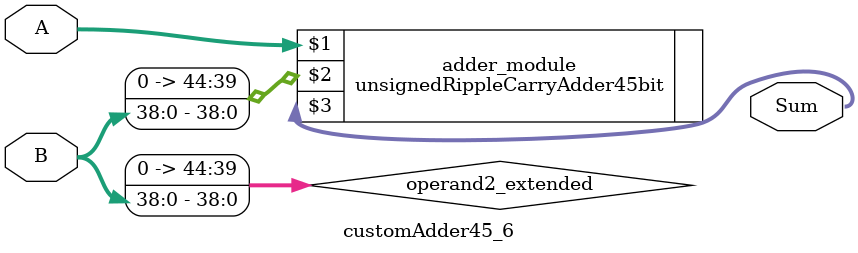
<source format=v>
module customAdder45_6(
                        input [44 : 0] A,
                        input [38 : 0] B,
                        
                        output [45 : 0] Sum
                );

        wire [44 : 0] operand2_extended;
        
        assign operand2_extended =  {6'b0, B};
        
        unsignedRippleCarryAdder45bit adder_module(
            A,
            operand2_extended,
            Sum
        );
        
        endmodule
        
</source>
